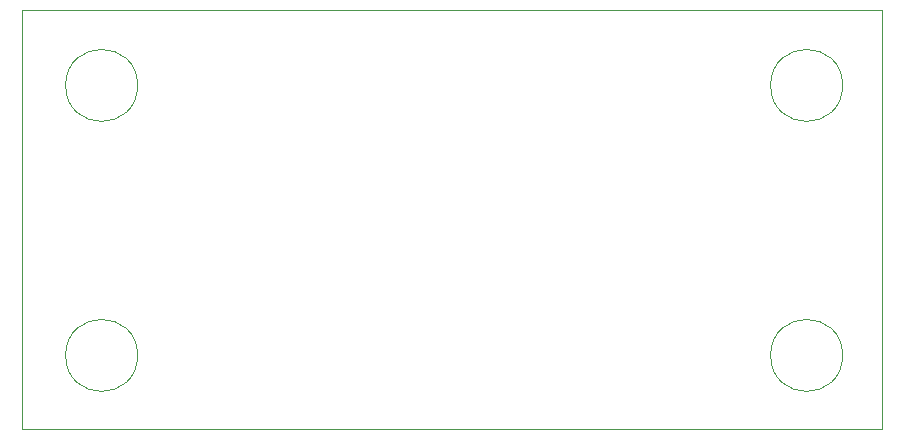
<source format=gm1>
G04 #@! TF.GenerationSoftware,KiCad,Pcbnew,6.0.4-6f826c9f35~116~ubuntu20.04.1*
G04 #@! TF.CreationDate,2022-04-06T08:04:33-04:00*
G04 #@! TF.ProjectId,audiomute,61756469-6f6d-4757-9465-2e6b69636164,rev?*
G04 #@! TF.SameCoordinates,Original*
G04 #@! TF.FileFunction,Profile,NP*
%FSLAX46Y46*%
G04 Gerber Fmt 4.6, Leading zero omitted, Abs format (unit mm)*
G04 Created by KiCad (PCBNEW 6.0.4-6f826c9f35~116~ubuntu20.04.1) date 2022-04-06 08:04:33*
%MOMM*%
%LPD*%
G01*
G04 APERTURE LIST*
G04 #@! TA.AperFunction,Profile*
%ADD10C,0.100000*%
G04 #@! TD*
G04 APERTURE END LIST*
D10*
X70739000Y-72390000D02*
X143510000Y-72390000D01*
X143510000Y-72390000D02*
X143510000Y-107823000D01*
X143510000Y-107823000D02*
X70739000Y-107823000D01*
X70739000Y-107823000D02*
X70739000Y-72390000D01*
X140208000Y-101600000D02*
G75*
G03*
X140208000Y-101600000I-3048000J0D01*
G01*
X80518000Y-101600000D02*
G75*
G03*
X80518000Y-101600000I-3048000J0D01*
G01*
X80518000Y-78740000D02*
G75*
G03*
X80518000Y-78740000I-3048000J0D01*
G01*
X140208000Y-78740000D02*
G75*
G03*
X140208000Y-78740000I-3048000J0D01*
G01*
M02*

</source>
